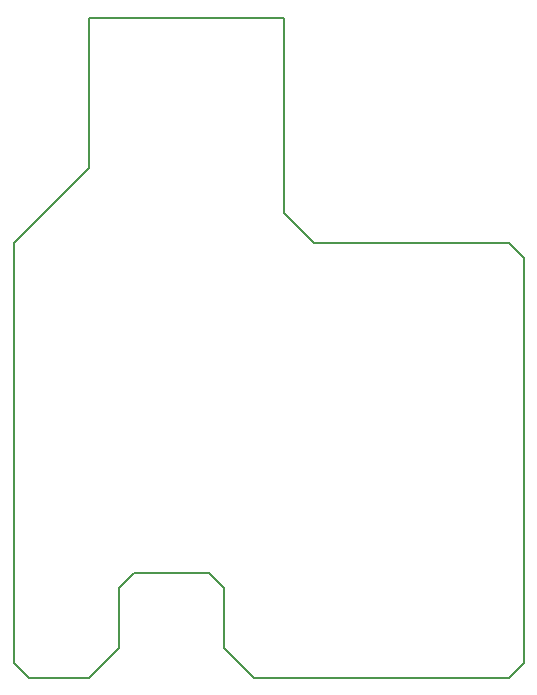
<source format=gbr>
G04 #@! TF.FileFunction,Profile,NP*
%FSLAX46Y46*%
G04 Gerber Fmt 4.6, Leading zero omitted, Abs format (unit mm)*
G04 Created by KiCad (PCBNEW 4.0.4-stable) date 10/21/16 12:50:52*
%MOMM*%
%LPD*%
G01*
G04 APERTURE LIST*
%ADD10C,0.100000*%
%ADD11C,0.150000*%
G04 APERTURE END LIST*
D10*
D11*
X121920000Y-99060000D02*
X121920000Y-104140000D01*
X123190000Y-97790000D02*
X121920000Y-99060000D01*
X129540000Y-97790000D02*
X123190000Y-97790000D01*
X130810000Y-99060000D02*
X129540000Y-97790000D01*
X130810000Y-104140000D02*
X130810000Y-99060000D01*
X133350000Y-106680000D02*
X134620000Y-106680000D01*
X130810000Y-104140000D02*
X133350000Y-106680000D01*
X113030000Y-105410000D02*
X113030000Y-104140000D01*
X114300000Y-106680000D02*
X113030000Y-105410000D01*
X119380000Y-106680000D02*
X114300000Y-106680000D01*
X121920000Y-104140000D02*
X119380000Y-106680000D01*
X154940000Y-106680000D02*
X133350000Y-106680000D01*
X156210000Y-105410000D02*
X154940000Y-106680000D01*
X156210000Y-71120000D02*
X156210000Y-105410000D01*
X154940000Y-69850000D02*
X156210000Y-71120000D01*
X138430000Y-69850000D02*
X154940000Y-69850000D01*
X135890000Y-67310000D02*
X138430000Y-69850000D01*
X135890000Y-50800000D02*
X135890000Y-67310000D01*
X119380000Y-50800000D02*
X135890000Y-50800000D01*
X119380000Y-63500000D02*
X119380000Y-50800000D01*
X113030000Y-69850000D02*
X119380000Y-63500000D01*
X113030000Y-105410000D02*
X113030000Y-69850000D01*
M02*

</source>
